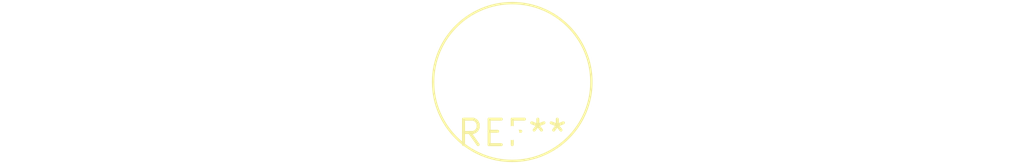
<source format=kicad_pcb>
(kicad_pcb (version 20240108) (generator pcbnew)
  (layers (0 "F.Cu" signal) (31 "B.Cu" signal) (34 "B.Paste" user) (35 "F.Paste" user) (36 "B.SilkS" user "B.Silkscreen") (37 "F.SilkS" user "F.Silkscreen") (38 "B.Mask" user) (39 "F.Mask" user) (44 "Edge.Cuts" user))
  (net 0 "")
  (footprint "Potentiometer_Bourns_3339P_Vertical_HandSoldering" (layer "F.Cu") (at 0 0)
    (property "Reference" "REF**")
    (property "Value" "Potentiometer_Bourns_3339P_Vertical_HandSoldering")
    (fp_circle (center 0 -2.54) (end 3.93 -2.54) (layer "F.SilkS") (stroke (width 0.12)) (fill none))
    (pad "1" thru_hole circle (at 0 0) (size 1.75 1.75) (drill 0.7) (layers *.Cu *.Mask) (remove_unused_layers))
    (pad "2" thru_hole circle (at -2.54 -2.54) (size 1.75 1.75) (drill 0.7) (layers *.Cu *.Mask) (remove_unused_layers))
    (pad "3" thru_hole circle (at 0 -5.08) (size 1.75 1.75) (drill 0.7) (layers *.Cu *.Mask) (remove_unused_layers))
  )
)
</source>
